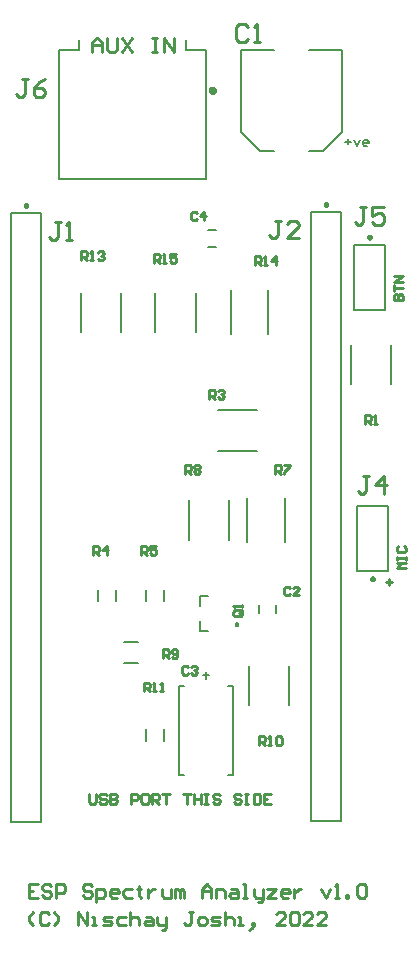
<source format=gto>
%FSTAX23Y23*%
%MOIN*%
%SFA1B1*%

%IPPOS*%
%ADD10C,0.013390*%
%ADD11C,0.007870*%
%ADD12C,0.009840*%
%ADD13C,0.005000*%
%ADD14C,0.010000*%
%ADD15C,0.008000*%
%LNpcb1-1*%
%LPD*%
G54D10*
X04444Y04126D02*
D01*
X04444Y04127*
X04444Y04127*
X04444Y04128*
X04444Y04128*
X04444Y04129*
X04443Y04129*
X04443Y04129*
X04443Y0413*
X04443Y0413*
X04442Y04131*
X04442Y04131*
X04442Y04131*
X04441Y04132*
X04441Y04132*
X04441Y04132*
X0444Y04132*
X0444Y04133*
X04439Y04133*
X04439Y04133*
X04438Y04133*
X04438Y04133*
X04437Y04133*
X04437*
X04437Y04133*
X04436Y04133*
X04436Y04133*
X04435Y04133*
X04435Y04133*
X04434Y04132*
X04434Y04132*
X04433Y04132*
X04433Y04132*
X04433Y04131*
X04432Y04131*
X04432Y04131*
X04432Y0413*
X04432Y0413*
X04431Y04129*
X04431Y04129*
X04431Y04129*
X04431Y04128*
X04431Y04128*
X04431Y04127*
X04431Y04127*
X04431Y04126*
X04431Y04126*
X04431Y04125*
X04431Y04125*
X04431Y04125*
X04431Y04124*
X04431Y04124*
X04431Y04123*
X04432Y04123*
X04432Y04122*
X04432Y04122*
X04432Y04122*
X04433Y04121*
X04433Y04121*
X04433Y04121*
X04434Y04121*
X04434Y0412*
X04435Y0412*
X04435Y0412*
X04436Y0412*
X04436Y0412*
X04437Y0412*
X04437Y0412*
X04437*
X04438Y0412*
X04438Y0412*
X04439Y0412*
X04439Y0412*
X0444Y0412*
X0444Y0412*
X04441Y04121*
X04441Y04121*
X04441Y04121*
X04442Y04121*
X04442Y04122*
X04442Y04122*
X04443Y04122*
X04443Y04123*
X04443Y04123*
X04443Y04124*
X04444Y04124*
X04444Y04125*
X04444Y04125*
X04444Y04125*
X04444Y04126*
X04444Y04126*
G54D11*
X04522Y02347D02*
D01*
X04522Y02347*
X04522Y02348*
X04522Y02348*
X04522Y02348*
X04522Y02348*
X04522Y02349*
X04521Y02349*
X04521Y02349*
X04521Y02349*
X04521Y0235*
X04521Y0235*
X04521Y0235*
X0452Y0235*
X0452Y0235*
X0452Y02351*
X0452Y02351*
X04519Y02351*
X04519Y02351*
X04519Y02351*
X04519Y02351*
X04518Y02351*
X04518Y02351*
X04518*
X04518Y02351*
X04517Y02351*
X04517Y02351*
X04517Y02351*
X04516Y02351*
X04516Y02351*
X04516Y02351*
X04516Y0235*
X04515Y0235*
X04515Y0235*
X04515Y0235*
X04515Y0235*
X04515Y02349*
X04515Y02349*
X04514Y02349*
X04514Y02349*
X04514Y02348*
X04514Y02348*
X04514Y02348*
X04514Y02348*
X04514Y02347*
X04514Y02347*
X04514Y02347*
X04514Y02347*
X04514Y02346*
X04514Y02346*
X04514Y02346*
X04514Y02345*
X04514Y02345*
X04515Y02345*
X04515Y02345*
X04515Y02345*
X04515Y02344*
X04515Y02344*
X04515Y02344*
X04516Y02344*
X04516Y02344*
X04516Y02344*
X04516Y02343*
X04517Y02343*
X04517Y02343*
X04517Y02343*
X04518Y02343*
X04518Y02343*
X04518*
X04518Y02343*
X04519Y02343*
X04519Y02343*
X04519Y02343*
X04519Y02343*
X0452Y02344*
X0452Y02344*
X0452Y02344*
X0452Y02344*
X04521Y02344*
X04521Y02344*
X04521Y02345*
X04521Y02345*
X04521Y02345*
X04521Y02345*
X04522Y02345*
X04522Y02346*
X04522Y02346*
X04522Y02346*
X04522Y02347*
X04522Y02347*
X04522Y02347*
X04897Y0315D02*
Y03279D01*
X05032Y0315D02*
Y0328D01*
X04421Y03664D02*
X04448D01*
X04421Y03605D02*
X04448D01*
X04497Y03316D02*
Y03463D01*
X04622Y03316D02*
Y03463D01*
X04381Y03324D02*
Y03454D01*
X04246Y03324D02*
Y03454D01*
X0459Y02386D02*
Y02413D01*
X04649Y02386D02*
Y02413D01*
X04552Y02621D02*
Y02768D01*
X04677Y02621D02*
Y02768D01*
X04403Y02179D02*
X04426D01*
X04415Y02167D02*
Y0219D01*
X04326Y01847D02*
X04341D01*
X04488D02*
X04503D01*
Y02142*
X04326D02*
X04341D01*
X04488D02*
X04503D01*
X04326Y01847D02*
Y02142D01*
X04213Y0196D02*
Y01999D01*
X04276Y0196D02*
Y01999D01*
X04692Y02079D02*
Y0221D01*
X04557Y02079D02*
Y0221D01*
X04454Y02927D02*
X04585D01*
X04454Y03062D02*
X04585D01*
X04492Y02629D02*
Y02761D01*
X04357Y02629D02*
Y02761D01*
X04595Y03927D02*
X0464D01*
X04532Y0399D02*
X04595Y03927D01*
X04804D02*
X04867Y0399D01*
X04758Y03927D02*
X04803D01*
X04532Y0399D02*
Y04262D01*
X04641D01*
X04758D02*
X04867D01*
Y0399D02*
Y04262D01*
X03865Y0169D02*
Y0372D01*
X03765Y0169D02*
X03865D01*
X03765D02*
Y0372D01*
X03865*
X04865Y01692D02*
Y03722D01*
X04765Y01692D02*
X04865D01*
X04765D02*
Y03722D01*
X04865*
X04213Y02425D02*
Y02464D01*
X04276Y02425D02*
Y02464D01*
X04053Y02425D02*
Y02464D01*
X04116Y02425D02*
Y02464D01*
X04918Y02525D02*
X05021D01*
Y02744*
X04918D02*
X05021D01*
X04918Y02525D02*
Y02744D01*
X04908Y03614D02*
X05011D01*
X04908Y03395D02*
Y03614D01*
Y03395D02*
X05011D01*
Y03614*
X03997Y03324D02*
Y03454D01*
X04132Y03324D02*
Y03454D01*
G54D12*
X03819Y03743D02*
D01*
X03819Y03743*
X03819Y03744*
X03819Y03744*
X03819Y03744*
X03819Y03745*
X03819Y03745*
X03819Y03745*
X03819Y03746*
X03818Y03746*
X03818Y03746*
X03818Y03747*
X03818Y03747*
X03818Y03747*
X03817Y03747*
X03817Y03747*
X03817Y03748*
X03816Y03748*
X03816Y03748*
X03816Y03748*
X03815Y03748*
X03815Y03748*
X03815Y03748*
X03814*
X03814Y03748*
X03814Y03748*
X03813Y03748*
X03813Y03748*
X03813Y03748*
X03812Y03748*
X03812Y03747*
X03812Y03747*
X03811Y03747*
X03811Y03747*
X03811Y03747*
X03811Y03746*
X03811Y03746*
X0381Y03746*
X0381Y03745*
X0381Y03745*
X0381Y03745*
X0381Y03744*
X0381Y03744*
X0381Y03744*
X0381Y03743*
X0381Y03743*
X0381Y03743*
X0381Y03742*
X0381Y03742*
X0381Y03742*
X0381Y03741*
X0381Y03741*
X0381Y03741*
X0381Y03741*
X03811Y0374*
X03811Y0374*
X03811Y0374*
X03811Y03739*
X03811Y03739*
X03812Y03739*
X03812Y03739*
X03812Y03739*
X03813Y03739*
X03813Y03738*
X03813Y03738*
X03814Y03738*
X03814Y03738*
X03814Y03738*
X03815*
X03815Y03738*
X03815Y03738*
X03816Y03738*
X03816Y03738*
X03816Y03739*
X03817Y03739*
X03817Y03739*
X03817Y03739*
X03818Y03739*
X03818Y03739*
X03818Y0374*
X03818Y0374*
X03818Y0374*
X03819Y03741*
X03819Y03741*
X03819Y03741*
X03819Y03741*
X03819Y03742*
X03819Y03742*
X03819Y03742*
X03819Y03743*
X03819Y03743*
X04819Y03746D02*
D01*
X04819Y03746*
X04819Y03747*
X04819Y03747*
X04819Y03747*
X04819Y03748*
X04819Y03748*
X04819Y03748*
X04819Y03749*
X04818Y03749*
X04818Y03749*
X04818Y03749*
X04818Y0375*
X04818Y0375*
X04817Y0375*
X04817Y0375*
X04817Y03751*
X04816Y03751*
X04816Y03751*
X04816Y03751*
X04815Y03751*
X04815Y03751*
X04815Y03751*
X04814*
X04814Y03751*
X04814Y03751*
X04813Y03751*
X04813Y03751*
X04813Y03751*
X04812Y03751*
X04812Y0375*
X04812Y0375*
X04811Y0375*
X04811Y0375*
X04811Y03749*
X04811Y03749*
X04811Y03749*
X0481Y03749*
X0481Y03748*
X0481Y03748*
X0481Y03748*
X0481Y03747*
X0481Y03747*
X0481Y03747*
X0481Y03746*
X0481Y03746*
X0481Y03746*
X0481Y03745*
X0481Y03745*
X0481Y03745*
X0481Y03744*
X0481Y03744*
X0481Y03744*
X0481Y03743*
X04811Y03743*
X04811Y03743*
X04811Y03743*
X04811Y03742*
X04811Y03742*
X04812Y03742*
X04812Y03742*
X04812Y03742*
X04813Y03742*
X04813Y03741*
X04813Y03741*
X04814Y03741*
X04814Y03741*
X04814Y03741*
X04815*
X04815Y03741*
X04815Y03741*
X04816Y03741*
X04816Y03741*
X04816Y03742*
X04817Y03742*
X04817Y03742*
X04817Y03742*
X04818Y03742*
X04818Y03742*
X04818Y03743*
X04818Y03743*
X04818Y03743*
X04819Y03743*
X04819Y03744*
X04819Y03744*
X04819Y03744*
X04819Y03745*
X04819Y03745*
X04819Y03745*
X04819Y03746*
X04819Y03746*
X04974Y025D02*
D01*
X04974Y025*
X04974Y025*
X04974Y02501*
X04974Y02501*
X04974Y02501*
X04974Y02502*
X04974Y02502*
X04974Y02502*
X04973Y02503*
X04973Y02503*
X04973Y02503*
X04973Y02503*
X04973Y02504*
X04972Y02504*
X04972Y02504*
X04972Y02504*
X04971Y02504*
X04971Y02504*
X04971Y02504*
X0497Y02505*
X0497Y02505*
X0497Y02505*
X04969*
X04969Y02505*
X04969Y02505*
X04968Y02504*
X04968Y02504*
X04968Y02504*
X04967Y02504*
X04967Y02504*
X04967Y02504*
X04966Y02504*
X04966Y02503*
X04966Y02503*
X04966Y02503*
X04966Y02503*
X04965Y02502*
X04965Y02502*
X04965Y02502*
X04965Y02501*
X04965Y02501*
X04965Y02501*
X04965Y025*
X04965Y025*
X04965Y025*
X04965Y02499*
X04965Y02499*
X04965Y02499*
X04965Y02498*
X04965Y02498*
X04965Y02498*
X04965Y02497*
X04965Y02497*
X04966Y02497*
X04966Y02496*
X04966Y02496*
X04966Y02496*
X04966Y02496*
X04967Y02496*
X04967Y02495*
X04967Y02495*
X04968Y02495*
X04968Y02495*
X04968Y02495*
X04969Y02495*
X04969Y02495*
X04969Y02495*
X0497*
X0497Y02495*
X0497Y02495*
X04971Y02495*
X04971Y02495*
X04971Y02495*
X04972Y02495*
X04972Y02495*
X04972Y02496*
X04973Y02496*
X04973Y02496*
X04973Y02496*
X04973Y02496*
X04973Y02497*
X04974Y02497*
X04974Y02497*
X04974Y02498*
X04974Y02498*
X04974Y02498*
X04974Y02499*
X04974Y02499*
X04974Y02499*
X04974Y025*
X04964Y03639D02*
D01*
X04964Y0364*
X04964Y0364*
X04964Y0364*
X04964Y03641*
X04964Y03641*
X04964Y03641*
X04964Y03642*
X04964Y03642*
X04963Y03642*
X04963Y03643*
X04963Y03643*
X04963Y03643*
X04963Y03643*
X04962Y03643*
X04962Y03644*
X04962Y03644*
X04961Y03644*
X04961Y03644*
X04961Y03644*
X0496Y03644*
X0496Y03644*
X0496Y03644*
X04959*
X04959Y03644*
X04959Y03644*
X04958Y03644*
X04958Y03644*
X04958Y03644*
X04957Y03644*
X04957Y03644*
X04957Y03643*
X04956Y03643*
X04956Y03643*
X04956Y03643*
X04956Y03643*
X04956Y03642*
X04955Y03642*
X04955Y03642*
X04955Y03641*
X04955Y03641*
X04955Y03641*
X04955Y0364*
X04955Y0364*
X04955Y0364*
X04955Y03639*
X04955Y03639*
X04955Y03639*
X04955Y03638*
X04955Y03638*
X04955Y03638*
X04955Y03637*
X04955Y03637*
X04955Y03637*
X04956Y03636*
X04956Y03636*
X04956Y03636*
X04956Y03636*
X04956Y03635*
X04957Y03635*
X04957Y03635*
X04957Y03635*
X04958Y03635*
X04958Y03635*
X04958Y03635*
X04959Y03634*
X04959Y03634*
X04959Y03634*
X0496*
X0496Y03634*
X0496Y03634*
X04961Y03635*
X04961Y03635*
X04961Y03635*
X04962Y03635*
X04962Y03635*
X04962Y03635*
X04963Y03635*
X04963Y03636*
X04963Y03636*
X04963Y03636*
X04963Y03636*
X04964Y03637*
X04964Y03637*
X04964Y03637*
X04964Y03638*
X04964Y03638*
X04964Y03638*
X04964Y03639*
X04964Y03639*
X04964Y03639*
G54D13*
X03992Y04264D02*
Y04296D01*
X04347Y04264D02*
Y04296D01*
X03925Y04264D02*
X03992D01*
X04347D02*
X04414D01*
Y03831D02*
Y04264D01*
X03925Y03831D02*
Y04264D01*
Y03831D02*
X04414D01*
X04142Y0222D02*
X04187D01*
X04142Y02289D02*
X04187D01*
X04394Y02442D02*
X04421D01*
X04394Y02327D02*
Y0236D01*
Y02409D02*
Y02442D01*
Y02327D02*
X04421D01*
G54D14*
X04207Y02125D02*
Y02154D01*
X04222*
X04227Y0215*
Y0214*
X04222Y02135*
X04207*
X04217D02*
X04227Y02125D01*
X04237D02*
X04247D01*
X04242*
Y02154*
X04237Y0215*
X04262Y02125D02*
X04272D01*
X04267*
Y02154*
X04262Y0215*
X03854Y01482D02*
X03825D01*
Y01437*
X03854*
X03825Y0146D02*
X03839D01*
X03899Y01475D02*
X03892Y01482D01*
X03877*
X03869Y01475*
Y01467*
X03877Y0146*
X03892*
X03899Y01452*
Y01445*
X03892Y01437*
X03877*
X03869Y01445*
X03914Y01437D02*
Y01482D01*
X03937*
X03944Y01475*
Y0146*
X03937Y01452*
X03914*
X04034Y01475D02*
X04027Y01482D01*
X04012*
X04004Y01475*
Y01467*
X04012Y0146*
X04027*
X04034Y01452*
Y01445*
X04027Y01437*
X04012*
X04004Y01445*
X04049Y01422D02*
Y01467D01*
X04072*
X04079Y0146*
Y01445*
X04072Y01437*
X04049*
X04117D02*
X04102D01*
X04094Y01445*
Y0146*
X04102Y01467*
X04117*
X04124Y0146*
Y01452*
X04094*
X04169Y01467D02*
X04147D01*
X04139Y0146*
Y01445*
X04147Y01437*
X04169*
X04192Y01475D02*
Y01467D01*
X04184*
X04199*
X04192*
Y01445*
X04199Y01437*
X04222Y01467D02*
Y01437D01*
Y01452*
X04229Y0146*
X04237Y01467*
X04244*
X04267D02*
Y01445D01*
X04274Y01437*
X04297*
Y01467*
X04312Y01437D02*
Y01467D01*
X04319*
X04327Y0146*
Y01437*
Y0146*
X04334Y01467*
X04342Y0146*
Y01437*
X04402D02*
Y01467D01*
X04417Y01482*
X04432Y01467*
Y01437*
Y0146*
X04402*
X04447Y01437D02*
Y01467D01*
X04469*
X04477Y0146*
Y01437*
X04499Y01467D02*
X04514D01*
X04522Y0146*
Y01437*
X04499*
X04492Y01445*
X04499Y01452*
X04522*
X04537Y01437D02*
X04552D01*
X04544*
Y01482*
X04537*
X04574Y01467D02*
Y01445D01*
X04582Y01437*
X04604*
Y0143*
X04597Y01422*
X04589*
X04604Y01437D02*
Y01467D01*
X04619D02*
X04649D01*
X04619Y01437*
X04649*
X04687D02*
X04672D01*
X04664Y01445*
Y0146*
X04672Y01467*
X04687*
X04694Y0146*
Y01452*
X04664*
X04709Y01467D02*
Y01437D01*
Y01452*
X04717Y0146*
X04724Y01467*
X04732*
X04799D02*
X04814Y01437D01*
X04829Y01467*
X04844Y01437D02*
X04859D01*
X04852*
Y01482*
X04844Y01475*
X04882Y01437D02*
Y01445D01*
X04889*
Y01437*
X04882*
X04919Y01475D02*
X04927Y01482D01*
X04942*
X04949Y01475*
Y01445*
X04942Y01437*
X04927*
X04919Y01445*
Y01475*
X03839Y01345D02*
X03825Y01359D01*
Y01374*
X03839Y01389*
X03892Y01382D02*
X03884Y01389D01*
X03869*
X03862Y01382*
Y01352*
X03869Y01345*
X03884*
X03892Y01352*
X03907Y01345D02*
X03922Y01359D01*
Y01374*
X03907Y01389*
X03989Y01345D02*
Y01389D01*
X04019Y01345*
Y01389*
X04034Y01345D02*
X04049D01*
X04042*
Y01374*
X04034*
X04072Y01345D02*
X04094D01*
X04102Y01352*
X04094Y01359*
X04079*
X04072Y01367*
X04079Y01374*
X04102*
X04147D02*
X04124D01*
X04117Y01367*
Y01352*
X04124Y01345*
X04147*
X04162Y01389D02*
Y01345D01*
Y01367*
X04169Y01374*
X04184*
X04192Y01367*
Y01345*
X04214Y01374D02*
X04229D01*
X04237Y01367*
Y01345*
X04214*
X04207Y01352*
X04214Y01359*
X04237*
X04252Y01374D02*
Y01352D01*
X04259Y01345*
X04282*
Y01337*
X04274Y0133*
X04267*
X04282Y01345D02*
Y01374D01*
X04372Y01389D02*
X04357D01*
X04364*
Y01352*
X04357Y01345*
X04349*
X04342Y01352*
X04394Y01345D02*
X04409D01*
X04417Y01352*
Y01367*
X04409Y01374*
X04394*
X04387Y01367*
Y01352*
X04394Y01345*
X04432D02*
X04454D01*
X04462Y01352*
X04454Y01359*
X04439*
X04432Y01367*
X04439Y01374*
X04462*
X04477Y01389D02*
Y01345D01*
Y01367*
X04484Y01374*
X04499*
X04507Y01367*
Y01345*
X04522D02*
X04537D01*
X04529*
Y01374*
X04522*
X04567Y01337D02*
X04574Y01345D01*
Y01352*
X04567*
Y01345*
X04574*
X04567Y01337*
X04559Y0133*
X04679Y01345D02*
X04649D01*
X04679Y01374*
Y01382*
X04672Y01389*
X04657*
X04649Y01382*
X04694D02*
X04702Y01389D01*
X04717*
X04724Y01382*
Y01352*
X04717Y01345*
X04702*
X04694Y01352*
Y01382*
X04769Y01345D02*
X04739D01*
X04769Y01374*
Y01382*
X04762Y01389*
X04747*
X04739Y01382*
X04814Y01345D02*
X04784D01*
X04814Y01374*
Y01382*
X04807Y01389*
X04792*
X04784Y01382*
X0382Y04166D02*
X038D01*
X0381*
Y04116*
X038Y04106*
X0379*
X0378Y04116*
X03879Y04166D02*
X03859Y04156D01*
X0384Y04136*
Y04116*
X03849Y04106*
X03869*
X03879Y04116*
Y04126*
X03869Y04136*
X0384*
X04035Y04255D02*
Y04288D01*
X04051Y04304*
X04068Y04288*
Y04255*
Y04279*
X04035*
X04084Y04304D02*
Y04263D01*
X04093Y04255*
X04109*
X04118Y04263*
Y04304*
X04134D02*
X04168Y04255D01*
Y04304D02*
X04134Y04255D01*
X04234Y04304D02*
X04251D01*
X04243*
Y04255*
X04234*
X04251*
X04276D02*
Y04304D01*
X04309Y04255*
Y04304*
X05015Y0249D02*
X05034D01*
X05025Y02499D02*
Y0248D01*
X0508Y02535D02*
X0505D01*
X0506Y02545*
X0505Y02554*
X0508*
X0505Y02564D02*
Y02574D01*
Y02569*
X0508*
Y02564*
Y02574*
X05055Y02609D02*
X0505Y02604D01*
Y02594*
X05055Y02589*
X05075*
X0508Y02594*
Y02604*
X05075Y02609*
X0504Y0343D02*
X0507D01*
Y03444*
X05065Y03449*
X0506*
X05055Y03444*
Y0343*
Y03444*
X0505Y03449*
X05045*
X0504Y03444*
Y0343*
Y03459D02*
Y03479D01*
Y03469*
X0507*
Y03489D02*
X0504D01*
X0507Y03509*
X0504*
X04945Y03015D02*
Y03045D01*
X0496*
X04965Y0304*
Y0303*
X0496Y03025*
X04945*
X04955D02*
X04965Y03015D01*
X04975D02*
X04984D01*
X04979*
Y03045*
X04975Y0304*
X04385Y0372D02*
X0438Y03724D01*
X0437*
X04365Y0372*
Y037*
X0437Y03695*
X0438*
X04385Y037*
X04409Y03695D02*
Y03724D01*
X04395Y0371*
X04414*
X04577Y03545D02*
Y03575D01*
X04592*
X04597Y0357*
Y0356*
X04592Y03555*
X04577*
X04587D02*
X04597Y03545D01*
X04607D02*
X04617D01*
X04612*
Y03575*
X04607Y0357*
X04647Y03545D02*
Y03575D01*
X04632Y0356*
X04652*
X04241Y03553D02*
Y03583D01*
X04256*
X04261Y03578*
Y03568*
X04256Y03563*
X04241*
X04251D02*
X04261Y03553D01*
X04271D02*
X04281D01*
X04276*
Y03583*
X04271Y03578*
X04316Y03583D02*
X04296D01*
Y03568*
X04306Y03573*
X04311*
X04316Y03568*
Y03558*
X04311Y03553*
X04301*
X04296Y03558*
X0427Y02235D02*
Y02265D01*
X04285*
X0429Y0226*
Y0225*
X04285Y02245*
X0427*
X0428D02*
X0429Y02235D01*
X043Y0224D02*
X04305Y02235D01*
X04314*
X04319Y0224*
Y0226*
X04314Y02265*
X04305*
X043Y0226*
Y02255*
X04305Y0225*
X04319*
X04695Y0247D02*
X0469Y02474D01*
X0468*
X04675Y0247*
Y0245*
X0468Y02445*
X0469*
X04695Y0245*
X04724Y02445D02*
X04705D01*
X04724Y02465*
Y0247*
X04719Y02474*
X0471*
X04705Y0247*
X0453Y02395D02*
X0451D01*
X04505Y0239*
Y0238*
X0451Y02375*
X0453*
X04535Y0238*
Y0239*
X04525Y02385D02*
X04535Y02395D01*
Y0239D02*
X0453Y02395D01*
X04535Y02405D02*
Y02414D01*
Y0241*
X04505*
X0451Y02405*
X04645Y0285D02*
Y0288D01*
X0466*
X04665Y02875*
Y02865*
X0466Y0286*
X04645*
X04655D02*
X04665Y0285D01*
X04675Y0288D02*
X04694D01*
Y02875*
X04675Y02855*
Y0285*
X04355Y02205D02*
X0435Y0221D01*
X0434*
X04335Y02205*
Y02185*
X0434Y0218*
X0435*
X04355Y02185*
X04365Y02205D02*
X0437Y0221D01*
X04379*
X04384Y02205*
Y022*
X04379Y02195*
X04375*
X04379*
X04384Y0219*
Y02185*
X04379Y0218*
X0437*
X04365Y02185*
X04592Y01945D02*
Y01975D01*
X04607*
X04612Y0197*
Y0196*
X04607Y01955*
X04592*
X04602D02*
X04612Y01945D01*
X04622D02*
X04632D01*
X04627*
Y01975*
X04622Y0197*
X04647D02*
X04652Y01975D01*
X04662*
X04667Y0197*
Y0195*
X04662Y01945*
X04652*
X04647Y0195*
Y0197*
X04425Y031D02*
Y0313D01*
X0444*
X04445Y03125*
Y03115*
X0444Y0311*
X04425*
X04435D02*
X04445Y031D01*
X04455Y03125D02*
X0446Y0313D01*
X04469*
X04474Y03125*
Y0312*
X04469Y03115*
X04464*
X04469*
X04474Y0311*
Y03105*
X04469Y031*
X0446*
X04455Y03105*
X04345Y0285D02*
Y0288D01*
X0436*
X04365Y02875*
Y02865*
X0436Y0286*
X04345*
X04355D02*
X04365Y0285D01*
X04375Y02875D02*
X0438Y0288D01*
X04389*
X04394Y02875*
Y0287*
X04389Y02865*
X04394Y0286*
Y02855*
X04389Y0285*
X0438*
X04375Y02855*
Y0286*
X0438Y02865*
X04375Y0287*
Y02875*
X0438Y02865D02*
X04389D01*
X04555Y04339D02*
X04545Y04349D01*
X04525*
X04515Y04339*
Y043*
X04525Y0429*
X04545*
X04555Y043*
X04574Y0429D02*
X04594D01*
X04584*
Y04349*
X04574Y04339*
X0393Y03689D02*
X0391D01*
X0392*
Y0364*
X0391Y0363*
X039*
X0389Y0364*
X03949Y0363D02*
X03969D01*
X03959*
Y03689*
X03949Y03679*
X04665Y03694D02*
X04645D01*
X04655*
Y03645*
X04645Y03635*
X04635*
X04625Y03645*
X04724Y03635D02*
X04685D01*
X04724Y03675*
Y03684*
X04714Y03694*
X04694*
X04685Y03684*
X04199Y0258D02*
Y02609D01*
X04213*
X04218Y02604*
Y02595*
X04213Y0259*
X04199*
X04209D02*
X04218Y0258D01*
X04248Y02609D02*
X04228D01*
Y02595*
X04238Y02599*
X04243*
X04248Y02595*
Y02585*
X04243Y0258*
X04233*
X04228Y02585*
X04039Y0258D02*
Y02609D01*
X04054*
X04058Y02604*
Y02595*
X04054Y0259*
X04039*
X04049D02*
X04058Y0258D01*
X04083D02*
Y02609D01*
X04068Y02595*
X04088*
X04959Y02842D02*
X04939D01*
X04949*
Y02793*
X04939Y02783*
X0493*
X0492Y02793*
X05009Y02783D02*
Y02842D01*
X04979Y02812*
X05019*
X04949Y03739D02*
X04929D01*
X04939*
Y0369*
X04929Y0368*
X0492*
X0491Y0369*
X05009Y03739D02*
X04969D01*
Y03709*
X04989Y03719*
X04999*
X05009Y03709*
Y0369*
X04999Y0368*
X04979*
X04969Y0369*
X03999Y03562D02*
Y03591D01*
X04014*
X04018Y03586*
Y03576*
X04014Y03572*
X03999*
X04009D02*
X04018Y03562D01*
X04028D02*
X04038D01*
X04033*
Y03591*
X04028Y03586*
X04053D02*
X04058Y03591D01*
X04068*
X04073Y03586*
Y03581*
X04068Y03576*
X04063*
X04068*
X04073Y03572*
Y03567*
X04068Y03562*
X04058*
X04053Y03567*
X04025Y01784D02*
Y01755D01*
X0403Y0175*
X04042*
X04048Y01755*
Y01784*
X04083Y01779D02*
X04077Y01784D01*
X04065*
X04059Y01779*
Y01773*
X04065Y01767*
X04077*
X04083Y01761*
Y01755*
X04077Y0175*
X04065*
X04059Y01755*
X04094Y01784D02*
Y0175D01*
X04112*
X04118Y01755*
Y01761*
X04112Y01767*
X04094*
X04112*
X04118Y01773*
Y01779*
X04112Y01784*
X04094*
X04164Y0175D02*
Y01784D01*
X04182*
X04188Y01779*
Y01767*
X04182Y01761*
X04164*
X04217Y01784D02*
X04205D01*
X04199Y01779*
Y01755*
X04205Y0175*
X04217*
X04223Y01755*
Y01779*
X04217Y01784*
X04234Y0175D02*
Y01784D01*
X04252*
X04258Y01779*
Y01767*
X04252Y01761*
X04234*
X04246D02*
X04258Y0175D01*
X04269Y01784D02*
X04293D01*
X04281*
Y0175*
X04339Y01784D02*
X04363D01*
X04351*
Y0175*
X04374Y01784D02*
Y0175D01*
Y01767*
X04398*
Y01784*
Y0175*
X04409Y01784D02*
X04421D01*
X04415*
Y0175*
X04409*
X04421*
X04462Y01779D02*
X04456Y01784D01*
X04444*
X04439Y01779*
Y01773*
X04444Y01767*
X04456*
X04462Y01761*
Y01755*
X04456Y0175*
X04444*
X04439Y01755*
X04532Y01779D02*
X04526Y01784D01*
X04514*
X04509Y01779*
Y01773*
X04514Y01767*
X04526*
X04532Y01761*
Y01755*
X04526Y0175*
X04514*
X04509Y01755*
X04544Y01784D02*
X04555D01*
X04549*
Y0175*
X04544*
X04555*
X04573Y01784D02*
Y0175D01*
X0459*
X04596Y01755*
Y01779*
X0459Y01784*
X04573*
X04631D02*
X04608D01*
Y0175*
X04631*
X04608Y01767D02*
X04619D01*
G54D15*
X04878Y03957D02*
X04897D01*
X04888Y03967D02*
Y03948D01*
X04907Y03962D02*
X04917Y03943D01*
X04927Y03962*
X04952Y03943D02*
X04942D01*
X04937Y03948*
Y03957*
X04942Y03962*
X04952*
X04957Y03957*
Y03953*
X04937*
M02*
</source>
